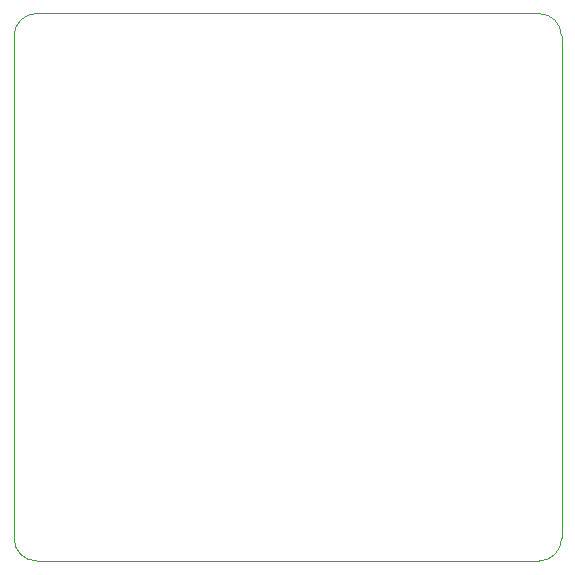
<source format=gm1>
G04 #@! TF.GenerationSoftware,KiCad,Pcbnew,5.1.5-52549c5~84~ubuntu19.04.1*
G04 #@! TF.CreationDate,2019-11-26T12:40:58+01:00*
G04 #@! TF.ProjectId,2ch-4-20mA,3263682d-342d-4323-906d-412e6b696361,rev?*
G04 #@! TF.SameCoordinates,Original*
G04 #@! TF.FileFunction,Profile,NP*
%FSLAX46Y46*%
G04 Gerber Fmt 4.6, Leading zero omitted, Abs format (unit mm)*
G04 Created by KiCad (PCBNEW 5.1.5-52549c5~84~ubuntu19.04.1) date 2019-11-26 12:40:58*
%MOMM*%
%LPD*%
G04 APERTURE LIST*
%ADD10C,0.050000*%
G04 APERTURE END LIST*
D10*
X117475000Y-125095000D02*
G75*
G02X115570000Y-123190000I0J1905000D01*
G01*
X161925000Y-123190000D02*
G75*
G02X160020000Y-125095000I-1905000J0D01*
G01*
X160020000Y-78740000D02*
G75*
G02X161925000Y-80645000I0J-1905000D01*
G01*
X115570000Y-80645000D02*
G75*
G02X117475000Y-78740000I1905000J0D01*
G01*
X115570000Y-123190000D02*
X115570000Y-80645000D01*
X160020000Y-125095000D02*
X117475000Y-125095000D01*
X161925000Y-80645000D02*
X161925000Y-123190000D01*
X117475000Y-78740000D02*
X160020000Y-78740000D01*
M02*

</source>
